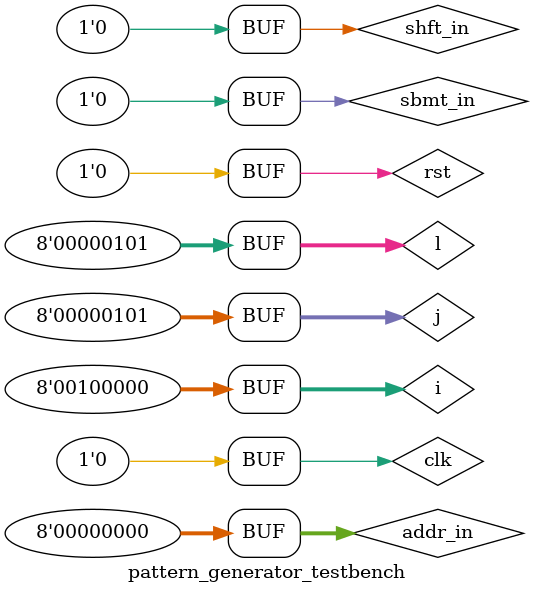
<source format=v>
`timescale 1ns / 100ps


module pattern_generator_testbench;

	// Inputs
	reg clk;
	reg rst;
	reg sbmt_in;
	reg shft_in;
	reg [7:0] addr_in;

    reg [7:0]   i;
    reg [7:0]   j;
    reg [7:0]   l;
    
	// Outputs
	wire [7:0] ptrn_out;

	// Instantiate the Unit Under Test (UUT)
	pattern_generator uut (
		.clk(clk), 
		.rst(rst), 
		.sbmt_in(sbmt_in), 
		.shft_in(shft_in), 
		.addr_in(addr_in), 
		.ptrn_out(ptrn_out)
	);

	initial begin
		// Initialize Inputs
		clk = 0;
		rst = 1;
		sbmt_in = 0;
		shft_in = 0;
		addr_in = 0;

		// Wait 5 ns for global reset to finish
		#5;
        rst = 0;

        for(l=0;l<5;l=l+1) begin
            for(i=0;i<32;i=i+1) begin
                #5 sbmt_in = 1;
                #5 sbmt_in = 0;
                
                for(j=0;j<5;j=j+1) begin
                    #5 shft_in = 1;
                    #5 shft_in = 0;
                end
            end
        end
	end

      
endmodule


</source>
